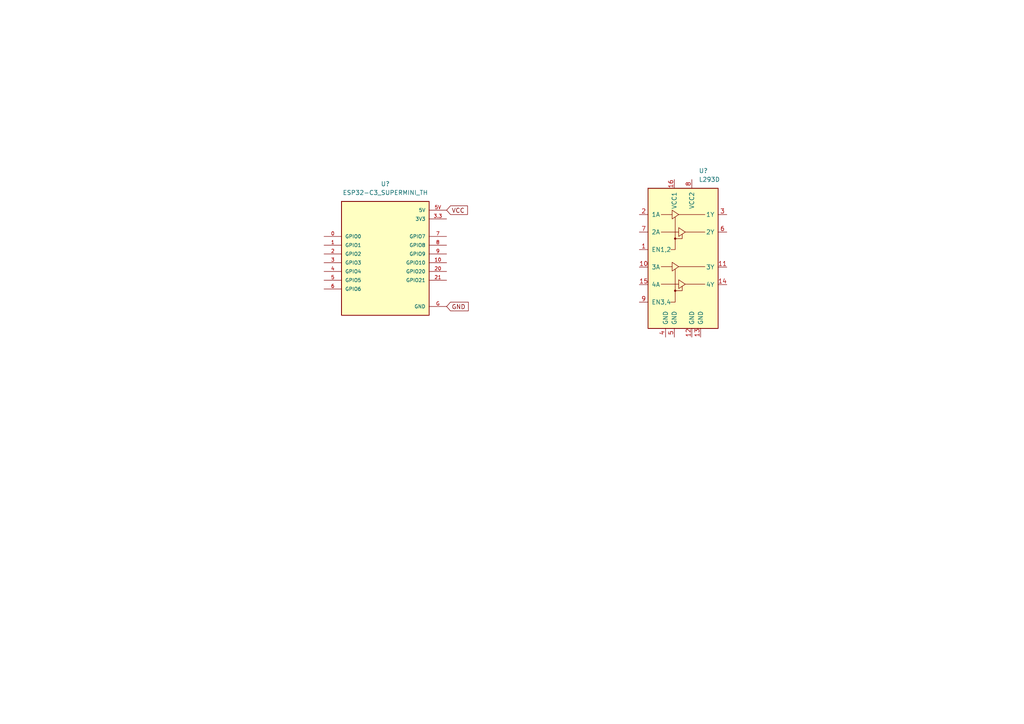
<source format=kicad_sch>
(kicad_sch (version 20211123) (generator eeschema)
  (paper "A4")
  (lib_symbols
    (symbol "Driver_Motor:L293D" (pin_names (offset 1.016))
      (property "Reference" "U" (at -5.08 26.035 0))
      (property "Value" "L293D" (at -5.08 24.13 0))
      (symbol "L293D_0_1"
        (rectangle (start -10.16 22.86) (end 10.16 -17.78) (stroke (width 0.254)) (fill (type background)))
        (circle (center -2.286 -6.858) (radius 0.254) (fill (type outline)))
        (circle (center -2.286 8.255) (radius 0.254) (fill (type outline)))
        (polyline (pts (xy -6.35 -4.953) (xy -1.27 -4.953)))
        (polyline (pts (xy -6.35 0.127) (xy -3.175 0.127)))
        (polyline (pts (xy -6.35 10.16) (xy -1.27 10.16)))
        (polyline (pts (xy -6.35 15.24) (xy -3.175 15.24)))
        (polyline (pts (xy -1.27 0.127) (xy 6.35 0.127)))
        (polyline (pts (xy -1.27 15.24) (xy 6.35 15.24)))
        (polyline (pts (xy 0.635 -4.953) (xy 6.35 -4.953)))
        (polyline (pts (xy 0.635 10.16) (xy 6.35 10.16)))
        (polyline (pts (xy -2.286 -6.858) (xy -0.254 -6.858) (xy -0.254 -5.588)))
        (polyline (pts (xy -2.286 -0.635) (xy -2.286 -10.16) (xy -3.556 -10.16)))
        (polyline (pts (xy -2.286 8.255) (xy -0.254 8.255) (xy -0.254 9.525)))
        (polyline (pts (xy -2.286 14.478) (xy -2.286 5.08) (xy -3.556 5.08)))
        (polyline (pts (xy -3.175 1.397) (xy -3.175 -1.143) (xy -1.27 0.127) (xy -3.175 1.397)))
        (polyline (pts (xy -3.175 16.51) (xy -3.175 13.97) (xy -1.27 15.24) (xy -3.175 16.51)))
        (polyline (pts (xy -1.27 -3.683) (xy -1.27 -6.223) (xy 0.635 -4.953) (xy -1.27 -3.683)))
        (polyline (pts (xy -1.27 11.43) (xy -1.27 8.89) (xy 0.635 10.16) (xy -1.27 11.43)))
      )
      (symbol "L293D_1_1"
        (pin input line (at -12.7 5.08 0) (length 2.54) (name "EN1,2") (number "1"))
        (pin input line (at -12.7 0 0) (length 2.54) (name "3A") (number "10"))
        (pin output line (at 12.7 0 180) (length 2.54) (name "3Y") (number "11"))
        (pin power_in line (at 2.54 -20.32 90) (length 2.54) (name "GND") (number "12"))
        (pin power_in line (at 5.08 -20.32 90) (length 2.54) (name "GND") (number "13"))
        (pin output line (at 12.7 -5.08 180) (length 2.54) (name "4Y") (number "14"))
        (pin input line (at -12.7 -5.08 0) (length 2.54) (name "4A") (number "15"))
        (pin power_in line (at -2.54 25.4 270) (length 2.54) (name "VCC1") (number "16"))
        (pin input line (at -12.7 15.24 0) (length 2.54) (name "1A") (number "2"))
        (pin output line (at 12.7 15.24 180) (length 2.54) (name "1Y") (number "3"))
        (pin power_in line (at -5.08 -20.32 90) (length 2.54) (name "GND") (number "4"))
        (pin power_in line (at -2.54 -20.32 90) (length 2.54) (name "GND") (number "5"))
        (pin output line (at 12.7 10.16 180) (length 2.54) (name "2Y") (number "6"))
        (pin input line (at -12.7 10.16 0) (length 2.54) (name "2A") (number "7"))
        (pin power_in line (at 2.54 25.4 270) (length 2.54) (name "VCC2") (number "8"))
        (pin input line (at -12.7 -10.16 0) (length 2.54) (name "EN3,4") (number "9"))
      )
    )
    (symbol "ESP32-C3_SUPERMINI_TH:ESP32-C3_SUPERMINI_TH" (pin_names (offset 1.016))
      (property "Reference" "U" (at -12.7 16.002 0))
      (property "Value" "ESP32-C3_SUPERMINI_TH" (at -12.7 -20.32 0))
      (symbol "ESP32-C3_SUPERMINI_TH_0_0"
        (rectangle (start -12.7 -17.78) (end 12.7 15.24) (stroke (width 0.254)) (fill (type background)))
        (pin bidirectional line (at -17.78 5.08 0) (length 5.08) (name "GPIO0") (number "0"))
        (pin bidirectional line (at -17.78 2.54 0) (length 5.08) (name "GPIO1") (number "1"))
        (pin bidirectional line (at 17.78 -2.54 180) (length 5.08) (name "GPIO10") (number "10"))
        (pin bidirectional line (at -17.78 0 0) (length 5.08) (name "GPIO2") (number "2"))
        (pin bidirectional line (at 17.78 -5.08 180) (length 5.08) (name "GPIO20") (number "20"))
        (pin bidirectional line (at 17.78 -7.62 180) (length 5.08) (name "GPIO21") (number "21"))
        (pin bidirectional line (at -17.78 -2.54 0) (length 5.08) (name "GPIO3") (number "3"))
        (pin power_in line (at 17.78 10.16 180) (length 5.08) (name "3V3") (number "3.3"))
        (pin bidirectional line (at -17.78 -5.08 0) (length 5.08) (name "GPIO4") (number "4"))
        (pin bidirectional line (at -17.78 -7.62 0) (length 5.08) (name "GPIO5") (number "5"))
        (pin power_in line (at 17.78 12.7 180) (length 5.08) (name "5V") (number "5V"))
        (pin bidirectional line (at -17.78 -10.16 0) (length 5.08) (name "GPIO6") (number "6"))
        (pin bidirectional line (at 17.78 5.08 180) (length 5.08) (name "GPIO7") (number "7"))
        (pin bidirectional line (at 17.78 2.54 180) (length 5.08) (name "GPIO8") (number "8"))
        (pin bidirectional line (at 17.78 0 180) (length 5.08) (name "GPIO9") (number "9"))
        (pin power_in line (at 17.78 -15.24 180) (length 5.08) (name "GND") (number "G"))
      )
    )
  )
  (global_label "GND" (shape input) (at 129.54 88.9 0) (property "Intersheet References" "${INTERSHEET_REFS}" (effects hide)))
  (global_label "VCC" (shape input) (at 129.54 60.96 0) (property "Intersheet References" "${INTERSHEET_REFS}" (effects hide)))
  (symbol (lib_id "Driver_Motor:L293D") (at 198.12 77.47 0) (unit 1)
    (property "Reference" "U?" (at 202.6794 49.53 0) (effects (justify left)))
    (property "Value" "L293D" (at 202.6794 52.07 0) (effects (justify left)))
    (property "Footprint" "Package_DIP:DIP-16_W7.62mm" (effects hide))
    (property "Datasheet" "http://www.ti.com/lit/ds/symlink/l293.pdf" (effects hide))
  )
  (symbol (lib_id "ESP32-C3_SUPERMINI_TH:ESP32-C3_SUPERMINI_TH") (at 111.76 73.66 0) (unit 1)
    (property "Reference" "U?" (at 111.76 53.34 0))
    (property "Value" "ESP32-C3_SUPERMINI_TH" (at 111.76 55.88 0))
    (property "Footprint" "ESP32-C3_SUPERMINI_TH:MODULE_ESP32-C3_SUPERMINI" (effects hide))
    (property "MF" "Espressif Systems" (effects hide))
    (property "MAXIMUM_PACKAGE_HEIGHT" "4.2mm" (effects hide))
    (property "Package" "Package" (effects hide))
    (property "Price" "None" (effects hide))
    (property "Check_prices" "https://www.snapeda.com/parts/ESP32-C3%20SuperMini_TH/Espressif+Systems/view-part/?ref=eda" (effects hide))
    (property "STANDARD" "Manufacturer Recommendations" (effects hide))
    (property "SnapEDA_Link" "https://www.snapeda.com/parts/ESP32-C3%20SuperMini_TH/Espressif+Systems/view-part/?ref=snap" (effects hide))
    (property "MP" "ESP32-C3 SuperMini_TH" (effects hide))
    (property "Description" "\n                        \n                            Super tiny ESP32-C3 board\n                        \n" (effects hide))
    (property "Availability" "Not in stock" (effects hide))
    (property "MANUFACTURER" "Espressif" (effects hide))
  )
)
</source>
